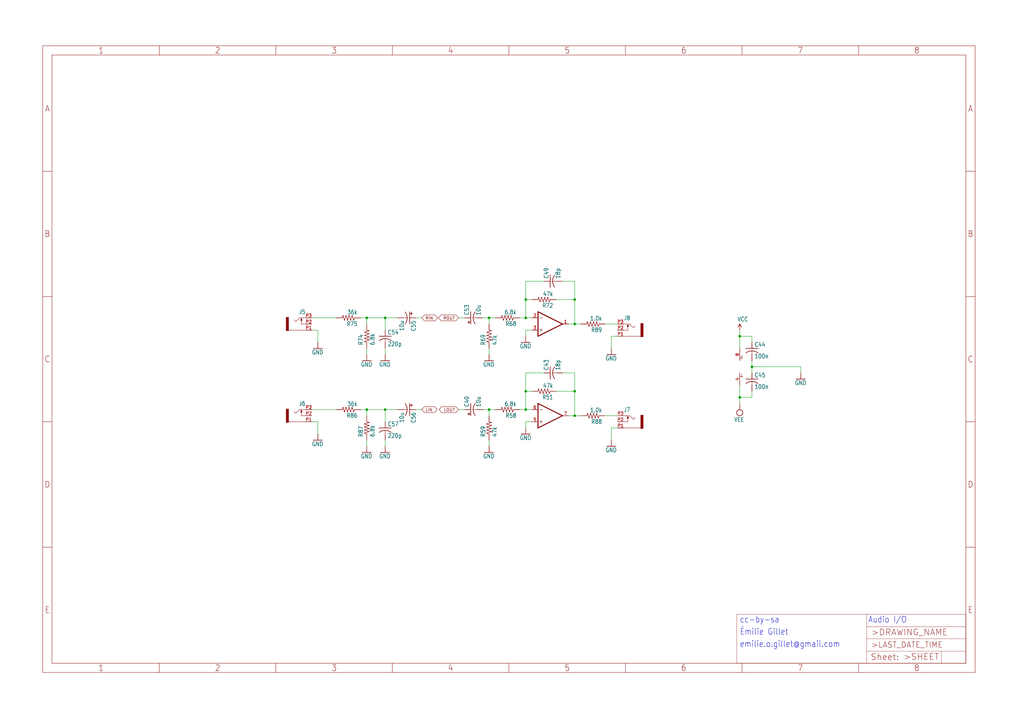
<source format=kicad_sch>
(kicad_sch (version 20231120) (generator "eeschema") (generator_version "8.0")
  (paper "User" 425.45 299.161)
  (lib_symbols
    (symbol "elements_v02-eagle-import:A3L-LOC"
      (symbol "A3L-LOC_0_0"
        (polyline (pts (xy 0 52.07) (xy 3.81 52.07)))
        (polyline (pts (xy 0 104.14) (xy 3.81 104.14)))
        (polyline (pts (xy 0 156.21) (xy 3.81 156.21)))
        (polyline (pts (xy 0 208.28) (xy 3.81 208.28)))
        (polyline (pts (xy 3.81 3.81) (xy 3.81 256.54)))
        (polyline (pts (xy 48.4188 0) (xy 48.4188 3.81)))
        (polyline (pts (xy 48.4188 256.54) (xy 48.4188 260.35)))
        (polyline (pts (xy 96.8375 0) (xy 96.8375 3.81)))
        (polyline (pts (xy 96.8375 256.54) (xy 96.8375 260.35)))
        (polyline (pts (xy 145.2563 0) (xy 145.2563 3.81)))
        (polyline (pts (xy 145.2563 256.54) (xy 145.2563 260.35)))
        (polyline (pts (xy 193.675 0) (xy 193.675 3.81)))
        (polyline (pts (xy 193.675 256.54) (xy 193.675 260.35)))
        (polyline (pts (xy 242.0938 0) (xy 242.0938 3.81)))
        (polyline (pts (xy 242.0938 256.54) (xy 242.0938 260.35)))
        (polyline (pts (xy 290.5125 0) (xy 290.5125 3.81)))
        (polyline (pts (xy 290.5125 256.54) (xy 290.5125 260.35)))
        (polyline (pts (xy 338.9313 0) (xy 338.9313 3.81)))
        (polyline (pts (xy 338.9313 256.54) (xy 338.9313 260.35)))
        (polyline (pts (xy 383.54 3.81) (xy 3.81 3.81)))
        (polyline (pts (xy 383.54 3.81) (xy 383.54 256.54)))
        (polyline (pts (xy 383.54 52.07) (xy 387.35 52.07)))
        (polyline (pts (xy 383.54 104.14) (xy 387.35 104.14)))
        (polyline (pts (xy 383.54 156.21) (xy 387.35 156.21)))
        (polyline (pts (xy 383.54 208.28) (xy 387.35 208.28)))
        (polyline (pts (xy 383.54 256.54) (xy 3.81 256.54)))
        (polyline (pts (xy 0 0) (xy 387.35 0) (xy 387.35 260.35) (xy 0 260.35) (xy 0 0)))
        (text "1" (at 24.2094 1.905 0) (effects (font (size 2.54 2.286))))
        (text "1" (at 24.2094 258.445 0) (effects (font (size 2.54 2.286))))
        (text "2" (at 72.6281 1.905 0) (effects (font (size 2.54 2.286))))
        (text "2" (at 72.6281 258.445 0) (effects (font (size 2.54 2.286))))
        (text "3" (at 121.0469 1.905 0) (effects (font (size 2.54 2.286))))
        (text "3" (at 121.0469 258.445 0) (effects (font (size 2.54 2.286))))
        (text "4" (at 169.4656 1.905 0) (effects (font (size 2.54 2.286))))
        (text "4" (at 169.4656 258.445 0) (effects (font (size 2.54 2.286))))
        (text "5" (at 217.8844 1.905 0) (effects (font (size 2.54 2.286))))
        (text "5" (at 217.8844 258.445 0) (effects (font (size 2.54 2.286))))
        (text "6" (at 266.3031 1.905 0) (effects (font (size 2.54 2.286))))
        (text "6" (at 266.3031 258.445 0) (effects (font (size 2.54 2.286))))
        (text "7" (at 314.7219 1.905 0) (effects (font (size 2.54 2.286))))
        (text "7" (at 314.7219 258.445 0) (effects (font (size 2.54 2.286))))
        (text "8" (at 363.1406 1.905 0) (effects (font (size 2.54 2.286))))
        (text "8" (at 363.1406 258.445 0) (effects (font (size 2.54 2.286))))
        (text "A" (at 1.905 234.315 0) (effects (font (size 2.54 2.286))))
        (text "A" (at 385.445 234.315 0) (effects (font (size 2.54 2.286))))
        (text "B" (at 1.905 182.245 0) (effects (font (size 2.54 2.286))))
        (text "B" (at 385.445 182.245 0) (effects (font (size 2.54 2.286))))
        (text "C" (at 1.905 130.175 0) (effects (font (size 2.54 2.286))))
        (text "C" (at 385.445 130.175 0) (effects (font (size 2.54 2.286))))
        (text "D" (at 1.905 78.105 0) (effects (font (size 2.54 2.286))))
        (text "D" (at 385.445 78.105 0) (effects (font (size 2.54 2.286))))
        (text "E" (at 1.905 26.035 0) (effects (font (size 2.54 2.286))))
        (text "E" (at 385.445 26.035 0) (effects (font (size 2.54 2.286))))
      )
      (symbol "A3L-LOC_1_0"
        (polyline (pts (xy 288.29 3.81) (xy 288.29 24.13)) (stroke (width 0.1016)))
        (polyline (pts (xy 288.29 3.81) (xy 342.265 3.81)) (stroke (width 0.1016)))
        (polyline (pts (xy 288.29 24.13) (xy 342.265 24.13)) (stroke (width 0.1016)))
        (polyline (pts (xy 342.265 3.81) (xy 373.38 3.81)) (stroke (width 0.1016)))
        (polyline (pts (xy 342.265 8.89) (xy 342.265 3.81)) (stroke (width 0.1016)))
        (polyline (pts (xy 342.265 8.89) (xy 342.265 13.97)) (stroke (width 0.1016)))
        (polyline (pts (xy 342.265 13.97) (xy 342.265 19.05)) (stroke (width 0.1016)))
        (polyline (pts (xy 342.265 13.97) (xy 383.54 13.97)) (stroke (width 0.1016)))
        (polyline (pts (xy 342.265 19.05) (xy 342.265 24.13)) (stroke (width 0.1016)))
        (polyline (pts (xy 342.265 19.05) (xy 383.54 19.05)) (stroke (width 0.1016)))
        (polyline (pts (xy 342.265 24.13) (xy 383.54 24.13)) (stroke (width 0.1016)))
        (polyline (pts (xy 373.38 3.81) (xy 373.38 8.89)) (stroke (width 0.1016)))
        (polyline (pts (xy 373.38 3.81) (xy 383.54 3.81)) (stroke (width 0.1016)))
        (polyline (pts (xy 373.38 8.89) (xy 342.265 8.89)) (stroke (width 0.1016)))
        (polyline (pts (xy 373.38 8.89) (xy 383.54 8.89)) (stroke (width 0.1016)))
        (polyline (pts (xy 383.54 3.81) (xy 383.54 8.89)) (stroke (width 0.1016)))
        (polyline (pts (xy 383.54 8.89) (xy 383.54 13.97)) (stroke (width 0.1016)))
        (polyline (pts (xy 383.54 13.97) (xy 383.54 19.05)) (stroke (width 0.1016)))
        (polyline (pts (xy 383.54 19.05) (xy 383.54 24.13)) (stroke (width 0.1016)))
        (text ">DRAWING_NAME" (at 344.17 15.24 0) (effects (font (size 2.54 2.54)) (justify left bottom)))
        (text ">LAST_DATE_TIME" (at 344.17 10.16 0) (effects (font (size 2.286 2.286)) (justify left bottom)))
        (text ">SHEET" (at 357.505 5.08 0) (effects (font (size 2.54 2.54)) (justify left bottom)))
        (text "Sheet:" (at 343.916 4.953 0) (effects (font (size 2.54 2.54)) (justify left bottom)))
      )
    )
    (symbol "elements_v02-eagle-import:C-USC0603"
      (property "Reference" "C" (at 1.016 0.635 0))
      (property "Value" "C-USC0603" (at 1.016 -4.191 0))
      (symbol "C-USC0603_1_0"
        (arc (start 0 -1.0161) (mid -1.302 -1.2303) (end -2.4668 -1.8504) (stroke (width 0.254)))
        (polyline (pts (xy -2.54 0) (xy 2.54 0)) (stroke (width 0.254)))
        (polyline (pts (xy 0 -1.016) (xy 0 -2.54)) (stroke (width 0.1524)))
        (arc (start 2.4892 -1.8542) (mid 1.3158 -1.2195) (end 0 -1) (stroke (width 0.254)))
        (pin passive line (at 0 2.54 270) (length 2.54) (name "1") (number "1"))
        (pin passive line (at 0 -5.08 90) (length 2.54) (name "2") (number "2"))
      )
    )
    (symbol "elements_v02-eagle-import:CPOL-USB"
      (property "Reference" "C" (at 1.016 0.635 0))
      (property "Value" "CPOL-USB" (at 1.016 -4.191 0))
      (symbol "CPOL-USB_1_0"
        (rectangle (start -2.253 0.668) (end -1.364 0.795) (fill (type outline)))
        (rectangle (start -1.872 0.287) (end -1.745 1.176) (fill (type outline)))
        (arc (start 0 -1.0161) (mid -1.3021 -1.2302) (end -2.4669 -1.8504) (stroke (width 0.254)))
        (polyline (pts (xy -2.54 0) (xy 2.54 0)) (stroke (width 0.254)))
        (polyline (pts (xy 0 -1.016) (xy 0 -2.54)) (stroke (width 0.1524)))
        (arc (start 2.4892 -1.8542) (mid 1.3158 -1.2195) (end 0 -1) (stroke (width 0.254)))
        (pin passive line (at 0 2.54 270) (length 2.54) (name "+") (number "+"))
        (pin passive line (at 0 -5.08 90) (length 2.54) (name "-") (number "-"))
      )
    )
    (symbol "elements_v02-eagle-import:GND" (power)
      (property "Value" "GND" (at -2.54 -2.54 0))
      (symbol "GND_1_0"
        (polyline (pts (xy -1.905 0) (xy 1.905 0)) (stroke (width 0.254)))
        (pin power_in line (at 0 2.54 270) (length 2.54) (name "GND") (number "1"))
      )
    )
    (symbol "elements_v02-eagle-import:PJ301_THONKICONN6"
      (property "Reference" "J" (at -2.54 4.064 0))
      (symbol "PJ301_THONKICONN6_1_0"
        (polyline (pts (xy -2.54 -2.54) (xy 4.572 -2.54)) (stroke (width 0.1524)))
        (polyline (pts (xy -2.54 0) (xy -0.762 0)) (stroke (width 0.1524)))
        (polyline (pts (xy -2.54 2.54) (xy 0 2.54)) (stroke (width 0.1524)))
        (polyline (pts (xy -1.016 1.524) (xy -0.508 1.524)) (stroke (width 0.254)))
        (polyline (pts (xy -0.762 0) (xy -0.762 2.286)) (stroke (width 0.1524)))
        (polyline (pts (xy -0.762 2.286) (xy -1.016 1.524)) (stroke (width 0.254)))
        (polyline (pts (xy -0.508 1.524) (xy -0.762 2.286)) (stroke (width 0.254)))
        (polyline (pts (xy 0 2.54) (xy 1.524 1.016)) (stroke (width 0.1524)))
        (polyline (pts (xy 1.524 1.016) (xy 2.286 1.778)) (stroke (width 0.1524)))
        (rectangle (start 4.572 2.794) (end 5.588 -2.794) (fill (type outline)))
        (pin passive line (at -5.08 -2.54 0) (length 2.54) (name "1") (number "P1"))
        (pin passive line (at -5.08 0 0) (length 2.54) (name "2") (number "P2"))
        (pin passive line (at -5.08 2.54 0) (length 2.54) (name "3") (number "P3"))
      )
    )
    (symbol "elements_v02-eagle-import:R-US_R0603"
      (property "Reference" "R" (at -3.81 1.4986 0))
      (property "Value" "R-US_R0603" (at -3.81 -3.302 0))
      (symbol "R-US_R0603_1_0"
        (polyline (pts (xy -2.54 0) (xy -2.159 1.016)) (stroke (width 0.2032)))
        (polyline (pts (xy -2.159 1.016) (xy -1.524 -1.016)) (stroke (width 0.2032)))
        (polyline (pts (xy -1.524 -1.016) (xy -0.889 1.016)) (stroke (width 0.2032)))
        (polyline (pts (xy -0.889 1.016) (xy -0.254 -1.016)) (stroke (width 0.2032)))
        (polyline (pts (xy -0.254 -1.016) (xy 0.381 1.016)) (stroke (width 0.2032)))
        (polyline (pts (xy 0.381 1.016) (xy 1.016 -1.016)) (stroke (width 0.2032)))
        (polyline (pts (xy 1.016 -1.016) (xy 1.651 1.016)) (stroke (width 0.2032)))
        (polyline (pts (xy 1.651 1.016) (xy 2.286 -1.016)) (stroke (width 0.2032)))
        (polyline (pts (xy 2.286 -1.016) (xy 2.54 0)) (stroke (width 0.2032)))
        (pin passive line (at -5.08 0 0) (length 2.54) (name "1") (number "1"))
        (pin passive line (at 5.08 0 180) (length 2.54) (name "2") (number "2"))
      )
    )
    (symbol "elements_v02-eagle-import:TL072D"
      (symbol "TL072D_1_0"
        (polyline (pts (xy -5.08 -5.08) (xy 5.08 0)) (stroke (width 0.4064)))
        (polyline (pts (xy -5.08 5.08) (xy -5.08 -5.08)) (stroke (width 0.4064)))
        (polyline (pts (xy -4.445 -2.54) (xy -3.175 -2.54)) (stroke (width 0.1524)))
        (polyline (pts (xy -4.445 2.54) (xy -3.175 2.54)) (stroke (width 0.1524)))
        (polyline (pts (xy -3.81 3.175) (xy -3.81 1.905)) (stroke (width 0.1524)))
        (polyline (pts (xy 5.08 0) (xy -5.08 5.08)) (stroke (width 0.4064)))
        (pin output line (at 7.62 0 180) (length 2.54) (name "OUT") (number "1"))
        (pin input line (at -7.62 -2.54 0) (length 2.54) (name "-IN") (number "2"))
        (pin input line (at -7.62 2.54 0) (length 2.54) (name "+IN") (number "3"))
      )
      (symbol "TL072D_2_0"
        (polyline (pts (xy -5.08 -5.08) (xy 5.08 0)) (stroke (width 0.4064)))
        (polyline (pts (xy -5.08 5.08) (xy -5.08 -5.08)) (stroke (width 0.4064)))
        (polyline (pts (xy -4.445 -2.54) (xy -3.175 -2.54)) (stroke (width 0.1524)))
        (polyline (pts (xy -4.445 2.54) (xy -3.175 2.54)) (stroke (width 0.1524)))
        (polyline (pts (xy -3.81 3.175) (xy -3.81 1.905)) (stroke (width 0.1524)))
        (polyline (pts (xy 5.08 0) (xy -5.08 5.08)) (stroke (width 0.4064)))
        (pin input line (at -7.62 2.54 0) (length 2.54) (name "+IN") (number "5"))
        (pin input line (at -7.62 -2.54 0) (length 2.54) (name "-IN") (number "6"))
        (pin output line (at 7.62 0 180) (length 2.54) (name "OUT") (number "7"))
      )
      (symbol "TL072D_3_0"
        (text "V+" (at 1.27 3.175 900) (effects (font (size 0.8128 0.6908)) (justify left bottom)))
        (text "V-" (at 1.27 -4.445 900) (effects (font (size 0.8128 0.6908)) (justify left bottom)))
        (pin power_in line (at 0 -7.62 90) (length 5.08) (name "V-") (number "4"))
        (pin power_in line (at 0 7.62 270) (length 5.08) (name "V+") (number "8"))
      )
    )
    (symbol "elements_v02-eagle-import:VCC" (power)
      (property "Value" "VCC" (at -1.016 3.556 0))
      (symbol "VCC_1_0"
        (polyline (pts (xy 0 2.54) (xy -0.762 1.27)) (stroke (width 0.254)))
        (polyline (pts (xy 0.762 1.27) (xy 0 2.54)) (stroke (width 0.254)))
        (pin power_in line (at 0 0 90) (length 2.54) (name "VCC") (number "1"))
      )
    )
    (symbol "elements_v02-eagle-import:VEE" (power)
      (property "Value" "VEE" (at -1.905 3.175 0))
      (symbol "VEE_1_0"
        (circle (center 0 1.27) (radius 1.27) (stroke (width 0.254)))
        (pin power_in line (at 0 -2.54 90) (length 2.54) (name "VEE") (number "1"))
      )
    )
  )
  (junction (at 218.44 170.18))
  (junction (at 307.34 139.7))
  (junction (at 203.2 132.08))
  (junction (at 218.44 162.56))
  (junction (at 238.76 172.72))
  (junction (at 160.02 170.18))
  (junction (at 218.44 124.46))
  (junction (at 152.4 132.08))
  (junction (at 238.76 162.56))
  (junction (at 238.76 124.46))
  (junction (at 312.42 152.4))
  (junction (at 238.76 134.62))
  (junction (at 203.2 170.18))
  (junction (at 160.02 132.08))
  (junction (at 307.34 165.1))
  (junction (at 152.4 170.18))
  (junction (at 218.44 132.08))
  (wire (pts (xy 218.44 170.18) (xy 220.98 170.18)))
  (wire (pts (xy 160.02 132.08) (xy 165.1 132.08)))
  (wire (pts (xy 307.34 139.7) (xy 312.42 139.7)))
  (wire (pts (xy 215.9 132.08) (xy 218.44 132.08)))
  (wire (pts (xy 203.2 182.88) (xy 203.2 185.42)))
  (wire (pts (xy 203.2 170.18) (xy 203.2 172.72)))
  (wire (pts (xy 218.44 162.56) (xy 220.98 162.56)))
  (wire (pts (xy 132.08 175.26) (xy 132.08 180.34)))
  (wire (pts (xy 238.76 154.94) (xy 238.76 162.56)))
  (wire (pts (xy 218.44 162.56) (xy 218.44 154.94)))
  (wire (pts (xy 152.4 182.88) (xy 152.4 185.42)))
  (wire (pts (xy 160.02 144.78) (xy 160.02 147.32)))
  (wire (pts (xy 238.76 162.56) (xy 238.76 172.72)))
  (wire (pts (xy 129.54 170.18) (xy 139.7 170.18)))
  (wire (pts (xy 149.86 170.18) (xy 152.4 170.18)))
  (wire (pts (xy 132.08 137.16) (xy 132.08 142.24)))
  (wire (pts (xy 312.42 165.1) (xy 312.42 162.56)))
  (wire (pts (xy 307.34 144.78) (xy 307.34 139.7)))
  (wire (pts (xy 160.02 170.18) (xy 160.02 175.26)))
  (wire (pts (xy 238.76 124.46) (xy 238.76 134.62)))
  (wire (pts (xy 256.54 177.8) (xy 254 177.8)))
  (wire (pts (xy 332.74 152.4) (xy 332.74 154.94)))
  (wire (pts (xy 238.76 172.72) (xy 236.22 172.72)))
  (wire (pts (xy 218.44 170.18) (xy 218.44 162.56)))
  (wire (pts (xy 152.4 170.18) (xy 152.4 172.72)))
  (wire (pts (xy 218.44 154.94) (xy 226.06 154.94)))
  (wire (pts (xy 254 177.8) (xy 254 182.88)))
  (wire (pts (xy 152.4 132.08) (xy 152.4 134.62)))
  (wire (pts (xy 312.42 152.4) (xy 312.42 154.94)))
  (wire (pts (xy 129.54 175.26) (xy 132.08 175.26)))
  (wire (pts (xy 238.76 172.72) (xy 241.3 172.72)))
  (wire (pts (xy 129.54 132.08) (xy 139.7 132.08)))
  (wire (pts (xy 254 139.7) (xy 254 144.78)))
  (wire (pts (xy 218.44 116.84) (xy 226.06 116.84)))
  (wire (pts (xy 172.72 132.08) (xy 175.26 132.08)))
  (wire (pts (xy 152.4 144.78) (xy 152.4 147.32)))
  (wire (pts (xy 160.02 182.88) (xy 160.02 185.42)))
  (wire (pts (xy 172.72 170.18) (xy 175.26 170.18)))
  (wire (pts (xy 218.44 132.08) (xy 220.98 132.08)))
  (wire (pts (xy 193.04 132.08) (xy 190.5 132.08)))
  (wire (pts (xy 251.46 134.62) (xy 256.54 134.62)))
  (wire (pts (xy 238.76 134.62) (xy 241.3 134.62)))
  (wire (pts (xy 312.42 152.4) (xy 332.74 152.4)))
  (wire (pts (xy 231.14 124.46) (xy 238.76 124.46)))
  (wire (pts (xy 215.9 170.18) (xy 218.44 170.18)))
  (wire (pts (xy 307.34 139.7) (xy 307.34 137.16)))
  (wire (pts (xy 312.42 149.86) (xy 312.42 152.4)))
  (wire (pts (xy 193.04 170.18) (xy 190.5 170.18)))
  (wire (pts (xy 238.76 116.84) (xy 238.76 124.46)))
  (wire (pts (xy 231.14 162.56) (xy 238.76 162.56)))
  (wire (pts (xy 203.2 132.08) (xy 203.2 134.62)))
  (wire (pts (xy 233.68 154.94) (xy 238.76 154.94)))
  (wire (pts (xy 233.68 116.84) (xy 238.76 116.84)))
  (wire (pts (xy 218.44 175.26) (xy 218.44 177.8)))
  (wire (pts (xy 203.2 170.18) (xy 205.74 170.18)))
  (wire (pts (xy 218.44 137.16) (xy 218.44 139.7)))
  (wire (pts (xy 152.4 170.18) (xy 160.02 170.18)))
  (wire (pts (xy 129.54 137.16) (xy 132.08 137.16)))
  (wire (pts (xy 149.86 132.08) (xy 152.4 132.08)))
  (wire (pts (xy 256.54 139.7) (xy 254 139.7)))
  (wire (pts (xy 312.42 139.7) (xy 312.42 142.24)))
  (wire (pts (xy 238.76 134.62) (xy 236.22 134.62)))
  (wire (pts (xy 220.98 137.16) (xy 218.44 137.16)))
  (wire (pts (xy 307.34 165.1) (xy 307.34 167.64)))
  (wire (pts (xy 200.66 132.08) (xy 203.2 132.08)))
  (wire (pts (xy 218.44 124.46) (xy 218.44 116.84)))
  (wire (pts (xy 218.44 124.46) (xy 220.98 124.46)))
  (wire (pts (xy 160.02 132.08) (xy 160.02 137.16)))
  (wire (pts (xy 160.02 170.18) (xy 165.1 170.18)))
  (wire (pts (xy 203.2 132.08) (xy 205.74 132.08)))
  (wire (pts (xy 307.34 165.1) (xy 312.42 165.1)))
  (wire (pts (xy 203.2 144.78) (xy 203.2 147.32)))
  (wire (pts (xy 251.46 172.72) (xy 256.54 172.72)))
  (wire (pts (xy 200.66 170.18) (xy 203.2 170.18)))
  (wire (pts (xy 218.44 132.08) (xy 218.44 124.46)))
  (wire (pts (xy 307.34 160.02) (xy 307.34 165.1)))
  (wire (pts (xy 220.98 175.26) (xy 218.44 175.26)))
  (wire (pts (xy 152.4 132.08) (xy 160.02 132.08)))
  (text "cc-by-sa" (at 307.34 259.08 0) (effects (font (size 2.54 2.159)) (justify left bottom)))
  (text "Audio I/O" (at 360.68 259.08 0) (effects (font (size 2.54 2.159)) (justify left bottom)))
  (text "emilie.o.gillet@gmail.com" (at 307.34 269.24 0) (effects (font (size 2.54 2.159)) (justify left bottom)))
  (text "Émilie Gillet" (at 307.34 264.16 0) (effects (font (size 2.54 2.159)) (justify left bottom)))
  (global_label "ROUT" (shape bidirectional) (at 190.5 132.08 180) (effects (font (size 1.2446 1.2446))) (property "Intersheetrefs" "${INTERSHEET_REFS}" (effects (hide yes))))
  (global_label "LOUT" (shape bidirectional) (at 190.5 170.18 180) (effects (font (size 1.2446 1.2446))) (property "Intersheetrefs" "${INTERSHEET_REFS}" (effects (hide yes))))
  (global_label "RIN" (shape bidirectional) (at 175.26 132.08 0) (effects (font (size 1.2446 1.2446))) (property "Intersheetrefs" "${INTERSHEET_REFS}" (effects (hide yes))))
  (global_label "LIN" (shape bidirectional) (at 175.26 170.18 0) (effects (font (size 1.2446 1.2446))) (property "Intersheetrefs" "${INTERSHEET_REFS}" (effects (hide yes))))
  (symbol (lib_id "elements_v02-eagle-import:GND") (at 218.44 142.24 0) (unit 1)
    (property "Reference" "#GND038" (effects (hide yes)))
    (property "Value" "GND" (at 215.9 144.78 0) (effects (font (size 1.778 1.5113)) (justify left bottom)))
    (property "Footprint" "elements_v02:" (effects (hide yes)))
  )
  (symbol (lib_id "elements_v02-eagle-import:GND") (at 132.08 182.88 0) (unit 1)
    (property "Reference" "#GND027" (effects (hide yes)))
    (property "Value" "GND" (at 129.54 185.42 0) (effects (font (size 1.778 1.5113)) (justify left bottom)))
    (property "Footprint" "elements_v02:" (effects (hide yes)))
  )
  (symbol (lib_id "elements_v02-eagle-import:R-US_R0603") (at 144.78 132.08 180) (unit 1)
    (property "Reference" "R75" (at 148.59 133.5786 0) (effects (font (size 1.778 1.5113)) (justify left bottom)))
    (property "Value" "36k" (at 148.59 128.778 0) (effects (font (size 1.778 1.5113)) (justify left bottom)))
    (property "Footprint" "elements_v02:R0603" (effects (hide yes)))
  )
  (symbol (lib_id "elements_v02-eagle-import:GND") (at 218.44 180.34 0) (unit 1)
    (property "Reference" "#GND032" (effects (hide yes)))
    (property "Value" "GND" (at 215.9 182.88 0) (effects (font (size 1.778 1.5113)) (justify left bottom)))
    (property "Footprint" "elements_v02:" (effects (hide yes)))
  )
  (symbol (lib_id "elements_v02-eagle-import:C-USC0603") (at 228.6 116.84 90) (unit 1)
    (property "Reference" "C49" (at 227.965 115.824 0) (effects (font (size 1.778 1.5113)) (justify left bottom)))
    (property "Value" "18p" (at 232.791 115.824 0) (effects (font (size 1.778 1.5113)) (justify left bottom)))
    (property "Footprint" "elements_v02:C0603" (effects (hide yes)))
  )
  (symbol (lib_id "elements_v02-eagle-import:GND") (at 254 147.32 0) (unit 1)
    (property "Reference" "#GND039" (effects (hide yes)))
    (property "Value" "GND" (at 251.46 149.86 0) (effects (font (size 1.778 1.5113)) (justify left bottom)))
    (property "Footprint" "elements_v02:" (effects (hide yes)))
  )
  (symbol (lib_id "elements_v02-eagle-import:PJ301_THONKICONN6") (at 261.62 137.16 0) (unit 1)
    (property "Reference" "J8" (at 259.08 133.096 0) (effects (font (size 1.778 1.5113)) (justify left bottom)))
    (property "Value" "PJ301_THONKICONN6" (effects (hide yes)))
    (property "Footprint" "elements_v02:WQP_PJ_301M6" (effects (hide yes)))
  )
  (symbol (lib_id "elements_v02-eagle-import:GND") (at 203.2 149.86 0) (unit 1)
    (property "Reference" "#GND037" (effects (hide yes)))
    (property "Value" "GND" (at 200.66 152.4 0) (effects (font (size 1.778 1.5113)) (justify left bottom)))
    (property "Footprint" "elements_v02:" (effects (hide yes)))
  )
  (symbol (lib_id "elements_v02-eagle-import:GND") (at 132.08 144.78 0) (unit 1)
    (property "Reference" "#GND022" (effects (hide yes)))
    (property "Value" "GND" (at 129.54 147.32 0) (effects (font (size 1.778 1.5113)) (justify left bottom)))
    (property "Footprint" "elements_v02:" (effects (hide yes)))
  )
  (symbol (lib_id "elements_v02-eagle-import:R-US_R0603") (at 203.2 177.8 90) (unit 1)
    (property "Reference" "R59" (at 201.7014 181.61 0) (effects (font (size 1.778 1.5113)) (justify left bottom)))
    (property "Value" "47k" (at 206.502 181.61 0) (effects (font (size 1.778 1.5113)) (justify left bottom)))
    (property "Footprint" "elements_v02:R0603" (effects (hide yes)))
  )
  (symbol (lib_id "elements_v02-eagle-import:R-US_R0603") (at 246.38 134.62 180) (unit 1)
    (property "Reference" "R89" (at 250.19 136.1186 0) (effects (font (size 1.778 1.5113)) (justify left bottom)))
    (property "Value" "1.0k" (at 250.19 131.318 0) (effects (font (size 1.778 1.5113)) (justify left bottom)))
    (property "Footprint" "elements_v02:R0603" (effects (hide yes)))
  )
  (symbol (lib_id "elements_v02-eagle-import:CPOL-USB") (at 170.18 132.08 270) (unit 1)
    (property "Reference" "C55" (at 170.815 133.096 0) (effects (font (size 1.778 1.5113)) (justify left bottom)))
    (property "Value" "10u" (at 165.989 133.096 0) (effects (font (size 1.778 1.5113)) (justify left bottom)))
    (property "Footprint" "Capacitor_SMD:CP_Elec_6.3x5.4" (effects (hide yes)))
  )
  (symbol (lib_id "elements_v02-eagle-import:C-USC0603") (at 160.02 177.8 0) (unit 1)
    (property "Reference" "C57" (at 161.036 177.165 0) (effects (font (size 1.778 1.5113)) (justify left bottom)))
    (property "Value" "220p" (at 161.036 181.991 0) (effects (font (size 1.778 1.5113)) (justify left bottom)))
    (property "Footprint" "elements_v02:C0603" (effects (hide yes)))
  )
  (symbol (lib_id "elements_v02-eagle-import:GND") (at 332.74 157.48 0) (unit 1)
    (property "Reference" "#GND041" (effects (hide yes)))
    (property "Value" "GND" (at 330.2 160.02 0) (effects (font (size 1.778 1.5113)) (justify left bottom)))
    (property "Footprint" "elements_v02:" (effects (hide yes)))
  )
  (symbol (lib_id "elements_v02-eagle-import:R-US_R0603") (at 144.78 170.18 180) (unit 1)
    (property "Reference" "R86" (at 148.59 171.6786 0) (effects (font (size 1.778 1.5113)) (justify left bottom)))
    (property "Value" "36k" (at 148.59 166.878 0) (effects (font (size 1.778 1.5113)) (justify left bottom)))
    (property "Footprint" "elements_v02:R0603" (effects (hide yes)))
  )
  (symbol (lib_id "elements_v02-eagle-import:CPOL-USB") (at 195.58 170.18 90) (unit 1)
    (property "Reference" "C40" (at 194.945 169.164 0) (effects (font (size 1.778 1.5113)) (justify left bottom)))
    (property "Value" "10u" (at 199.771 169.164 0) (effects (font (size 1.778 1.5113)) (justify left bottom)))
    (property "Footprint" "Capacitor_SMD:CP_Elec_6.3x5.4" (effects (hide yes)))
  )
  (symbol (lib_id "elements_v02-eagle-import:R-US_R0603") (at 210.82 132.08 180) (unit 1)
    (property "Reference" "R68" (at 214.63 133.5786 0) (effects (font (size 1.778 1.5113)) (justify left bottom)))
    (property "Value" "6.8k" (at 214.63 128.778 0) (effects (font (size 1.778 1.5113)) (justify left bottom)))
    (property "Footprint" "elements_v02:R0603" (effects (hide yes)))
  )
  (symbol (lib_id "elements_v02-eagle-import:CPOL-USB") (at 170.18 170.18 270) (unit 1)
    (property "Reference" "C56" (at 170.815 171.196 0) (effects (font (size 1.778 1.5113)) (justify left bottom)))
    (property "Value" "10u" (at 165.989 171.196 0) (effects (font (size 1.778 1.5113)) (justify left bottom)))
    (property "Footprint" "Capacitor_SMD:CP_Elec_6.3x5.4" (effects (hide yes)))
  )
  (symbol (lib_id "elements_v02-eagle-import:GND") (at 152.4 149.86 0) (unit 1)
    (property "Reference" "#GND025" (effects (hide yes)))
    (property "Value" "GND" (at 149.86 152.4 0) (effects (font (size 1.778 1.5113)) (justify left bottom)))
    (property "Footprint" "elements_v02:" (effects (hide yes)))
  )
  (symbol (lib_id "elements_v02-eagle-import:VCC") (at 307.34 137.16 0) (unit 1)
    (property "Reference" "#P+01" (effects (hide yes)))
    (property "Value" "VCC" (at 306.324 133.604 0) (effects (font (size 1.778 1.5113)) (justify left bottom)))
    (property "Footprint" "elements_v02:" (effects (hide yes)))
  )
  (symbol (lib_id "elements_v02-eagle-import:TL072D") (at 307.34 152.4 0) (unit 3)
    (property "Reference" "IC14" (effects (hide yes)))
    (property "Value" "LME49720" (effects (hide yes)))
    (property "Footprint" "elements_v02:SO08" (effects (hide yes)))
  )
  (symbol (lib_id "elements_v02-eagle-import:R-US_R0603") (at 226.06 162.56 180) (unit 1)
    (property "Reference" "R51" (at 229.87 164.0586 0) (effects (font (size 1.778 1.5113)) (justify left bottom)))
    (property "Value" "47k" (at 229.87 159.258 0) (effects (font (size 1.778 1.5113)) (justify left bottom)))
    (property "Footprint" "elements_v02:R0603" (effects (hide yes)))
  )
  (symbol (lib_id "elements_v02-eagle-import:GND") (at 203.2 187.96 0) (unit 1)
    (property "Reference" "#GND031" (effects (hide yes)))
    (property "Value" "GND" (at 200.66 190.5 0) (effects (font (size 1.778 1.5113)) (justify left bottom)))
    (property "Footprint" "elements_v02:" (effects (hide yes)))
  )
  (symbol (lib_id "elements_v02-eagle-import:R-US_R0603") (at 203.2 139.7 90) (unit 1)
    (property "Reference" "R69" (at 201.7014 143.51 0) (effects (font (size 1.778 1.5113)) (justify left bottom)))
    (property "Value" "47k" (at 206.502 143.51 0) (effects (font (size 1.778 1.5113)) (justify left bottom)))
    (property "Footprint" "elements_v02:R0603" (effects (hide yes)))
  )
  (symbol (lib_id "elements_v02-eagle-import:R-US_R0603") (at 152.4 139.7 90) (unit 1)
    (property "Reference" "R74" (at 150.9014 143.51 0) (effects (font (size 1.778 1.5113)) (justify left bottom)))
    (property "Value" "6.8k" (at 155.702 143.51 0) (effects (font (size 1.778 1.5113)) (justify left bottom)))
    (property "Footprint" "elements_v02:R0603" (effects (hide yes)))
  )
  (symbol (lib_id "elements_v02-eagle-import:TL072D") (at 228.6 172.72 0) (mirror x) (unit 2)
    (property "Reference" "IC14" (effects (hide yes)))
    (property "Value" "LME49720" (effects (hide yes)))
    (property "Footprint" "elements_v02:SO08" (effects (hide yes)))
  )
  (symbol (lib_id "elements_v02-eagle-import:A3L-LOC") (at 17.78 279.4 0) (unit 1)
    (property "Reference" "#FRAME5" (effects (hide yes)))
    (property "Value" "A3L-LOC" (effects (hide yes)))
    (property "Footprint" "elements_v02:" (effects (hide yes)))
  )
  (symbol (lib_id "elements_v02-eagle-import:R-US_R0603") (at 152.4 177.8 90) (unit 1)
    (property "Reference" "R87" (at 150.9014 181.61 0) (effects (font (size 1.778 1.5113)) (justify left bottom)))
    (property "Value" "6.8k" (at 155.702 181.61 0) (effects (font (size 1.778 1.5113)) (justify left bottom)))
    (property "Footprint" "elements_v02:R0603" (effects (hide yes)))
  )
  (symbol (lib_id "elements_v02-eagle-import:TL072D") (at 228.6 134.62 0) (mirror x) (unit 1)
    (property "Reference" "IC14" (effects (hide yes)))
    (property "Value" "LME49720" (effects (hide yes)))
    (property "Footprint" "elements_v02:SO08" (effects (hide yes)))
  )
  (symbol (lib_id "elements_v02-eagle-import:VEE") (at 307.34 170.18 180) (unit 1)
    (property "Reference" "#SUPPLY04" (effects (hide yes)))
    (property "Value" "VEE" (at 309.245 173.355 0) (effects (font (size 1.778 1.5113)) (justify left bottom)))
    (property "Footprint" "elements_v02:" (effects (hide yes)))
  )
  (symbol (lib_id "elements_v02-eagle-import:C-USC0603") (at 312.42 144.78 0) (unit 1)
    (property "Reference" "C44" (at 313.436 144.145 0) (effects (font (size 1.778 1.5113)) (justify left bottom)))
    (property "Value" "100n" (at 313.436 148.971 0) (effects (font (size 1.778 1.5113)) (justify left bottom)))
    (property "Footprint" "elements_v02:C0603" (effects (hide yes)))
  )
  (symbol (lib_id "elements_v02-eagle-import:R-US_R0603") (at 226.06 124.46 180) (unit 1)
    (property "Reference" "R72" (at 229.87 125.9586 0) (effects (font (size 1.778 1.5113)) (justify left bottom)))
    (property "Value" "47k" (at 229.87 121.158 0) (effects (font (size 1.778 1.5113)) (justify left bottom)))
    (property "Footprint" "elements_v02:R0603" (effects (hide yes)))
  )
  (symbol (lib_id "elements_v02-eagle-import:CPOL-USB") (at 195.58 132.08 90) (unit 1)
    (property "Reference" "C53" (at 194.945 131.064 0) (effects (font (size 1.778 1.5113)) (justify left bottom)))
    (property "Value" "10u" (at 199.771 131.064 0) (effects (font (size 1.778 1.5113)) (justify left bottom)))
    (property "Footprint" "Capacitor_SMD:CP_Elec_6.3x5.4" (effects (hide yes)))
  )
  (symbol (lib_id "elements_v02-eagle-import:C-USC0603") (at 160.02 139.7 0) (unit 1)
    (property "Reference" "C54" (at 161.036 139.065 0) (effects (font (size 1.778 1.5113)) (justify left bottom)))
    (property "Value" "220p" (at 161.036 143.891 0) (effects (font (size 1.778 1.5113)) (justify left bottom)))
    (property "Footprint" "elements_v02:C0603" (effects (hide yes)))
  )
  (symbol (lib_id "elements_v02-eagle-import:GND") (at 160.02 187.96 0) (unit 1)
    (property "Reference" "#GND030" (effects (hide yes)))
    (property "Value" "GND" (at 157.48 190.5 0) (effects (font (size 1.778 1.5113)) (justify left bottom)))
    (property "Footprint" "elements_v02:" (effects (hide yes)))
  )
  (symbol (lib_id "elements_v02-eagle-import:C-USC0603") (at 228.6 154.94 90) (unit 1)
    (property "Reference" "C43" (at 227.965 153.924 0) (effects (font (size 1.778 1.5113)) (justify left bottom)))
    (property "Value" "18p" (at 232.791 153.924 0) (effects (font (size 1.778 1.5113)) (justify left bottom)))
    (property "Footprint" "elements_v02:C0603" (effects (hide yes)))
  )
  (symbol (lib_id "elements_v02-eagle-import:GND") (at 254 185.42 0) (unit 1)
    (property "Reference" "#GND033" (effects (hide yes)))
    (property "Value" "GND" (at 251.46 187.96 0) (effects (font (size 1.778 1.5113)) (justify left bottom)))
    (property "Footprint" "elements_v02:" (effects (hide yes)))
  )
  (symbol (lib_id "elements_v02-eagle-import:PJ301_THONKICONN6") (at 261.62 175.26 0) (unit 1)
    (property "Reference" "J7" (at 259.08 171.196 0) (effects (font (size 1.778 1.5113)) (justify left bottom)))
    (property "Value" "PJ301_THONKICONN6" (effects (hide yes)))
    (property "Footprint" "elements_v02:WQP_PJ_301M6" (effects (hide yes)))
  )
  (symbol (lib_id "elements_v02-eagle-import:PJ301_THONKICONN6") (at 124.46 172.72 0) (mirror y) (unit 1)
    (property "Reference" "J6" (at 127 168.656 0) (effects (font (size 1.778 1.5113)) (justify left bottom)))
    (property "Value" "PJ301_THONKICONN6" (effects (hide yes)))
    (property "Footprint" "elements_v02:WQP_PJ_301M6" (effects (hide yes)))
  )
  (symbol (lib_id "elements_v02-eagle-import:GND") (at 160.02 149.86 0) (unit 1)
    (property "Reference" "#GND026" (effects (hide yes)))
    (property "Value" "GND" (at 157.48 152.4 0) (effects (font (size 1.778 1.5113)) (justify left bottom)))
    (property "Footprint" "elements_v02:" (effects (hide yes)))
  )
  (symbol (lib_id "elements_v02-eagle-import:PJ301_THONKICONN6") (at 124.46 134.62 0) (mirror y) (unit 1)
    (property "Reference" "J5" (at 127 130.556 0) (effects (font (size 1.778 1.5113)) (justify left bottom)))
    (property "Value" "PJ301_THONKICONN6" (effects (hide yes)))
    (property "Footprint" "elements_v02:WQP_PJ_301M6" (effects (hide yes)))
  )
  (symbol (lib_id "elements_v02-eagle-import:C-USC0603") (at 312.42 157.48 0) (unit 1)
    (property "Reference" "C45" (at 313.436 156.845 0) (effects (font (size 1.778 1.5113)) (justify left bottom)))
    (property "Value" "100n" (at 313.436 161.671 0) (effects (font (size 1.778 1.5113)) (justify left bottom)))
    (property "Footprint" "elements_v02:C0603" (effects (hide yes)))
  )
  (symbol (lib_id "elements_v02-eagle-import:R-US_R0603") (at 210.82 170.18 180) (unit 1)
    (property "Reference" "R58" (at 214.63 171.6786 0) (effects (font (size 1.778 1.5113)) (justify left bottom)))
    (property "Value" "6.8k" (at 214.63 166.878 0) (effects (font (size 1.778 1.5113)) (justify left bottom)))
    (property "Footprint" "elements_v02:R0603" (effects (hide yes)))
  )
  (symbol (lib_id "elements_v02-eagle-import:GND") (at 152.4 187.96 0) (unit 1)
    (property "Reference" "#GND029" (effects (hide yes)))
    (property "Value" "GND" (at 149.86 190.5 0) (effects (font (size 1.778 1.5113)) (justify left bottom)))
    (property "Footprint" "elements_v02:" (effects (hide yes)))
  )
  (symbol (lib_id "elements_v02-eagle-import:R-US_R0603") (at 246.38 172.72 180) (unit 1)
    (property "Reference" "R88" (at 250.19 174.2186 0) (effects (font (size 1.778 1.5113)) (justify left bottom)))
    (property "Value" "1.0k" (at 250.19 169.418 0) (effects (font (size 1.778 1.5113)) (justify left bottom)))
    (property "Footprint" "elements_v02:R0603" (effects (hide yes)))
  )
)
</source>
